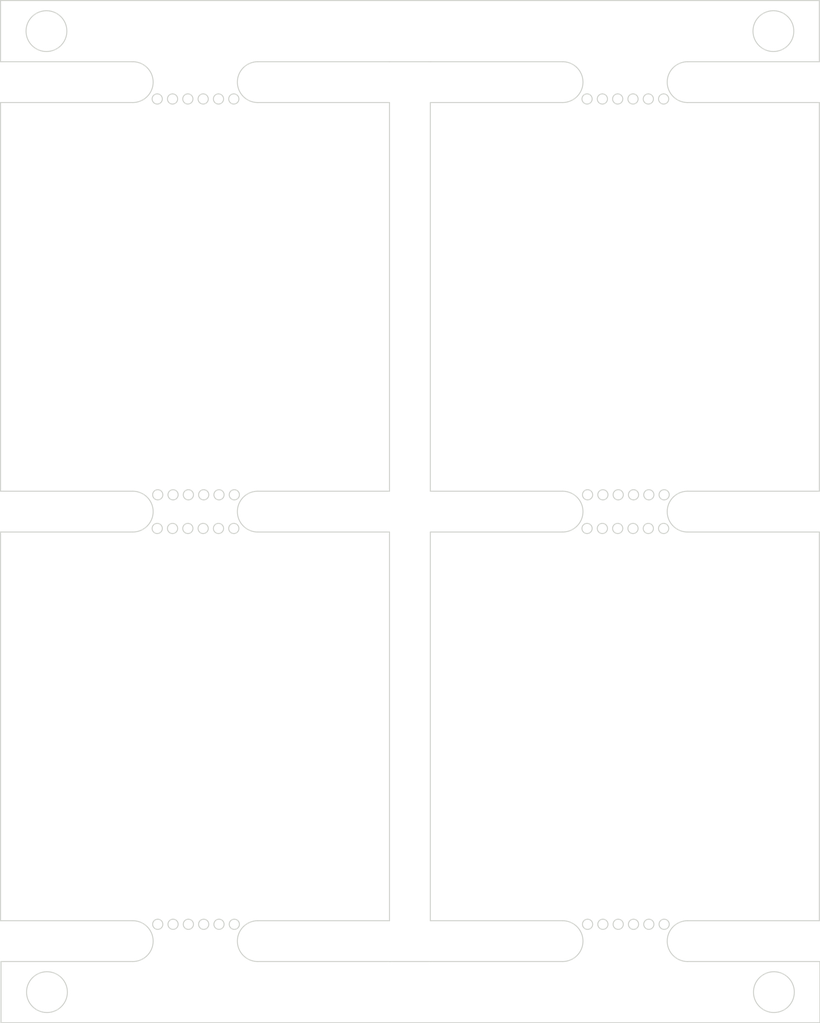
<source format=kicad_pcb>
(kicad_pcb (version 20171130) (host pcbnew "(5.1.9)-1")

  (general
    (thickness 1.6)
    (drawings 104)
    (tracks 0)
    (zones 0)
    (modules 0)
    (nets 1)
  )

  (page A4)
  (layers
    (0 F.Cu signal)
    (31 B.Cu signal)
    (32 B.Adhes user)
    (33 F.Adhes user)
    (34 B.Paste user)
    (35 F.Paste user)
    (36 B.SilkS user)
    (37 F.SilkS user)
    (38 B.Mask user)
    (39 F.Mask user)
    (40 Dwgs.User user)
    (41 Cmts.User user)
    (42 Eco1.User user)
    (43 Eco2.User user)
    (44 Edge.Cuts user)
    (45 Margin user)
    (46 B.CrtYd user)
    (47 F.CrtYd user)
    (48 B.Fab user)
    (49 F.Fab user)
  )

  (setup
    (last_trace_width 0.25)
    (trace_clearance 0.2)
    (zone_clearance 0.508)
    (zone_45_only no)
    (trace_min 0.2)
    (via_size 0.8)
    (via_drill 0.4)
    (via_min_size 0.4)
    (via_min_drill 0.3)
    (uvia_size 0.3)
    (uvia_drill 0.1)
    (uvias_allowed no)
    (uvia_min_size 0.2)
    (uvia_min_drill 0.1)
    (edge_width 0.05)
    (segment_width 0.2)
    (pcb_text_width 0.3)
    (pcb_text_size 1.5 1.5)
    (mod_edge_width 0.12)
    (mod_text_size 1 1)
    (mod_text_width 0.15)
    (pad_size 1.524 1.524)
    (pad_drill 0.762)
    (pad_to_mask_clearance 0)
    (aux_axis_origin 0 0)
    (visible_elements FFFFFF7F)
    (pcbplotparams
      (layerselection 0x010fc_ffffffff)
      (usegerberextensions false)
      (usegerberattributes true)
      (usegerberadvancedattributes true)
      (creategerberjobfile true)
      (excludeedgelayer true)
      (linewidth 0.100000)
      (plotframeref false)
      (viasonmask false)
      (mode 1)
      (useauxorigin false)
      (hpglpennumber 1)
      (hpglpenspeed 20)
      (hpglpendiameter 15.000000)
      (psnegative false)
      (psa4output false)
      (plotreference true)
      (plotvalue true)
      (plotinvisibletext false)
      (padsonsilk false)
      (subtractmaskfromsilk false)
      (outputformat 1)
      (mirror false)
      (drillshape 1)
      (scaleselection 1)
      (outputdirectory ""))
  )

  (net 0 "")

  (net_class Default "This is the default net class."
    (clearance 0.2)
    (trace_width 0.25)
    (via_dia 0.8)
    (via_drill 0.4)
    (uvia_dia 0.3)
    (uvia_drill 0.1)
  )

  (gr_circle (center 137.875 143.6) (end 136.875 143.6) (layer Edge.Cuts) (width 0.05) (tstamp 6141E220))
  (gr_circle (center 102.275 143.6) (end 101.275 143.6) (layer Edge.Cuts) (width 0.05) (tstamp 6141E21F))
  (gr_circle (center 137.85 96.5) (end 138.85 96.5) (layer Edge.Cuts) (width 0.05) (tstamp 6141E21C))
  (gr_circle (center 102.25 96.5) (end 103.25 96.5) (layer Edge.Cuts) (width 0.05))
  (gr_line (start 133.65 142.1) (end 140.125 142.1) (layer Edge.Cuts) (width 0.05) (tstamp 6141E1F5))
  (gr_line (start 140.125 142.1) (end 140.125 145.1) (layer Edge.Cuts) (width 0.05) (tstamp 6141E1F4))
  (gr_line (start 100.025 145.1) (end 140.125 145.1) (layer Edge.Cuts) (width 0.05) (tstamp 6141E1F3))
  (gr_line (start 100.025 142.1) (end 100.025 145.1) (layer Edge.Cuts) (width 0.05) (tstamp 6141E1F2))
  (gr_line (start 121.075 142.1) (end 119.075 142.1) (layer Edge.Cuts) (width 0.05) (tstamp 6141E1F1))
  (gr_line (start 100.025 142.1) (end 106.475 142.1) (layer Edge.Cuts) (width 0.05) (tstamp 6141E1F0))
  (gr_line (start 112.6 142.1) (end 119.075 142.1) (layer Edge.Cuts) (width 0.05) (tstamp 6141E1EF))
  (gr_line (start 121.075 142.1) (end 127.525 142.1) (layer Edge.Cuts) (width 0.05) (tstamp 6141E1EE))
  (gr_line (start 140.1 95) (end 100 95) (layer Edge.Cuts) (width 0.05) (tstamp 6141E1EC))
  (gr_line (start 100 98) (end 100 95) (layer Edge.Cuts) (width 0.05) (tstamp 6141E1EA))
  (gr_line (start 140.1 98) (end 140.1 95) (layer Edge.Cuts) (width 0.05))
  (gr_line (start 119.05 98) (end 121.05 98) (layer Edge.Cuts) (width 0.05) (tstamp 6141E1E6))
  (gr_line (start 106.475 98) (end 100 98) (layer Edge.Cuts) (width 0.05) (tstamp 6141E1E0))
  (gr_line (start 119.05 98) (end 112.6 98) (layer Edge.Cuts) (width 0.05) (tstamp 6141E1DF))
  (gr_line (start 127.525 98) (end 121.05 98) (layer Edge.Cuts) (width 0.05) (tstamp 6141E1E0))
  (gr_line (start 140.1 98) (end 133.65 98) (layer Edge.Cuts) (width 0.05) (tstamp 6141E1DF))
  (gr_circle (center 110.7 140.275) (end 110.7 140.025) (layer Edge.Cuts) (width 0.05) (tstamp 6141E1CA))
  (gr_circle (center 109.2 140.275) (end 109.2 140.025) (layer Edge.Cuts) (width 0.05) (tstamp 6141E1C9))
  (gr_circle (center 108.45 140.275) (end 108.45 140.025) (layer Edge.Cuts) (width 0.05) (tstamp 6141E1C8))
  (gr_circle (center 107.7 140.275) (end 107.7 140.025) (layer Edge.Cuts) (width 0.05) (tstamp 6141E1C7))
  (gr_circle (center 111.45 140.275) (end 111.45 140.025) (layer Edge.Cuts) (width 0.05) (tstamp 6141E1C6))
  (gr_circle (center 109.95 140.275) (end 109.95 140.025) (layer Edge.Cuts) (width 0.05) (tstamp 6141E1C5))
  (gr_line (start 106.475 140.1) (end 100 140.1) (layer Edge.Cuts) (width 0.05) (tstamp 6141E1C4))
  (gr_arc (start 106.475 141.1) (end 106.475 142.1) (angle -180) (layer Edge.Cuts) (width 0.05) (tstamp 6141E1C3))
  (gr_arc (start 112.6 141.1) (end 112.6 140.1) (angle -180) (layer Edge.Cuts) (width 0.05) (tstamp 6141E1C2))
  (gr_line (start 119.05 140.1) (end 112.6 140.1) (layer Edge.Cuts) (width 0.05) (tstamp 6141E1C1))
  (gr_circle (center 131.75 140.275) (end 131.75 140.025) (layer Edge.Cuts) (width 0.05) (tstamp 6141E1CA))
  (gr_circle (center 130.25 140.275) (end 130.25 140.025) (layer Edge.Cuts) (width 0.05) (tstamp 6141E1C9))
  (gr_circle (center 129.5 140.275) (end 129.5 140.025) (layer Edge.Cuts) (width 0.05) (tstamp 6141E1C8))
  (gr_circle (center 128.75 140.275) (end 128.75 140.025) (layer Edge.Cuts) (width 0.05) (tstamp 6141E1C7))
  (gr_circle (center 132.5 140.275) (end 132.5 140.025) (layer Edge.Cuts) (width 0.05) (tstamp 6141E1C6))
  (gr_circle (center 131 140.275) (end 131 140.025) (layer Edge.Cuts) (width 0.05) (tstamp 6141E1C5))
  (gr_line (start 127.525 140.1) (end 121.05 140.1) (layer Edge.Cuts) (width 0.05) (tstamp 6141E1C4))
  (gr_arc (start 127.525 141.1) (end 127.525 142.1) (angle -180) (layer Edge.Cuts) (width 0.05) (tstamp 6141E1C3))
  (gr_arc (start 133.65 141.1) (end 133.65 140.1) (angle -180) (layer Edge.Cuts) (width 0.05) (tstamp 6141E1C2))
  (gr_line (start 140.1 140.1) (end 133.65 140.1) (layer Edge.Cuts) (width 0.05) (tstamp 6141E1C1))
  (gr_circle (center 110.675 120.875) (end 110.675 120.625) (layer Edge.Cuts) (width 0.05) (tstamp 6141E1AE))
  (gr_circle (center 109.175 120.875) (end 109.175 120.625) (layer Edge.Cuts) (width 0.05) (tstamp 6141E1AD))
  (gr_circle (center 107.675 120.875) (end 107.675 120.625) (layer Edge.Cuts) (width 0.05) (tstamp 6141E1AC))
  (gr_circle (center 110.7 119.225) (end 110.7 118.975) (layer Edge.Cuts) (width 0.05) (tstamp 6141E1AB))
  (gr_circle (center 108.425 120.875) (end 108.425 120.625) (layer Edge.Cuts) (width 0.05) (tstamp 6141E1AA))
  (gr_circle (center 111.425 120.875) (end 111.425 120.625) (layer Edge.Cuts) (width 0.05) (tstamp 6141E1A9))
  (gr_circle (center 109.2 119.225) (end 109.2 118.975) (layer Edge.Cuts) (width 0.05) (tstamp 6141E1A8))
  (gr_circle (center 108.45 119.225) (end 108.45 118.975) (layer Edge.Cuts) (width 0.05) (tstamp 6141E1A7))
  (gr_circle (center 107.7 119.225) (end 107.7 118.975) (layer Edge.Cuts) (width 0.05) (tstamp 6141E1A6))
  (gr_circle (center 111.45 119.225) (end 111.45 118.975) (layer Edge.Cuts) (width 0.05) (tstamp 6141E1A5))
  (gr_circle (center 109.925 120.875) (end 109.925 120.625) (layer Edge.Cuts) (width 0.05) (tstamp 6141E1A4))
  (gr_circle (center 109.95 119.225) (end 109.95 118.975) (layer Edge.Cuts) (width 0.05) (tstamp 6141E1A3))
  (gr_line (start 119.05 121.05) (end 112.6 121.05) (layer Edge.Cuts) (width 0.05) (tstamp 6141E1A2))
  (gr_line (start 106.475 119.05) (end 100 119.05) (layer Edge.Cuts) (width 0.05) (tstamp 6141E1A1))
  (gr_arc (start 106.475 120.05) (end 106.475 121.05) (angle -180) (layer Edge.Cuts) (width 0.05) (tstamp 6141E1A0))
  (gr_arc (start 112.6 120.05) (end 112.6 119.05) (angle -180) (layer Edge.Cuts) (width 0.05) (tstamp 6141E19F))
  (gr_line (start 119.05 119.05) (end 112.6 119.05) (layer Edge.Cuts) (width 0.05) (tstamp 6141E19E))
  (gr_line (start 106.475 121.05) (end 100 121.05) (layer Edge.Cuts) (width 0.05) (tstamp 6141E19D))
  (gr_circle (center 110.675 99.825) (end 110.675 99.575) (layer Edge.Cuts) (width 0.05) (tstamp 6141E185))
  (gr_circle (center 109.175 99.825) (end 109.175 99.575) (layer Edge.Cuts) (width 0.05) (tstamp 6141E184))
  (gr_circle (center 107.675 99.825) (end 107.675 99.575) (layer Edge.Cuts) (width 0.05) (tstamp 6141E183))
  (gr_circle (center 108.425 99.825) (end 108.425 99.575) (layer Edge.Cuts) (width 0.05) (tstamp 6141E182))
  (gr_circle (center 111.425 99.825) (end 111.425 99.575) (layer Edge.Cuts) (width 0.05) (tstamp 6141E181))
  (gr_circle (center 109.925 99.825) (end 109.925 99.575) (layer Edge.Cuts) (width 0.05) (tstamp 6141E180))
  (gr_line (start 119.05 100) (end 112.6 100) (layer Edge.Cuts) (width 0.05) (tstamp 6141E17F))
  (gr_arc (start 106.475 99) (end 106.475 100) (angle -180) (layer Edge.Cuts) (width 0.05) (tstamp 6141E17E))
  (gr_arc (start 112.6 99) (end 112.6 98) (angle -180) (layer Edge.Cuts) (width 0.05) (tstamp 6141E17D))
  (gr_line (start 106.475 100) (end 100 100) (layer Edge.Cuts) (width 0.05) (tstamp 6141E17C))
  (gr_circle (center 131.725 99.825) (end 131.725 99.575) (layer Edge.Cuts) (width 0.05) (tstamp 6141E185))
  (gr_circle (center 130.225 99.825) (end 130.225 99.575) (layer Edge.Cuts) (width 0.05) (tstamp 6141E184))
  (gr_circle (center 128.725 99.825) (end 128.725 99.575) (layer Edge.Cuts) (width 0.05) (tstamp 6141E183))
  (gr_circle (center 129.475 99.825) (end 129.475 99.575) (layer Edge.Cuts) (width 0.05) (tstamp 6141E182))
  (gr_circle (center 132.475 99.825) (end 132.475 99.575) (layer Edge.Cuts) (width 0.05) (tstamp 6141E181))
  (gr_circle (center 130.975 99.825) (end 130.975 99.575) (layer Edge.Cuts) (width 0.05) (tstamp 6141E180))
  (gr_line (start 140.1 100) (end 133.65 100) (layer Edge.Cuts) (width 0.05) (tstamp 6141E17F))
  (gr_arc (start 127.525 99) (end 127.525 100) (angle -180) (layer Edge.Cuts) (width 0.05) (tstamp 6141E17E))
  (gr_arc (start 133.65 99) (end 133.65 98) (angle -180) (layer Edge.Cuts) (width 0.05) (tstamp 6141E17D))
  (gr_line (start 127.525 100) (end 121.05 100) (layer Edge.Cuts) (width 0.05) (tstamp 6141E17C))
  (gr_circle (center 131.75 119.225) (end 131.75 118.975) (layer Edge.Cuts) (width 0.05) (tstamp 6141E175))
  (gr_circle (center 130.25 119.225) (end 130.25 118.975) (layer Edge.Cuts) (width 0.05) (tstamp 6141E174))
  (gr_circle (center 128.75 119.225) (end 128.75 118.975) (layer Edge.Cuts) (width 0.05) (tstamp 6141E173))
  (gr_circle (center 129.5 119.225) (end 129.5 118.975) (layer Edge.Cuts) (width 0.05) (tstamp 6141E172))
  (gr_circle (center 132.5 119.225) (end 132.5 118.975) (layer Edge.Cuts) (width 0.05) (tstamp 6141E171))
  (gr_circle (center 131 119.225) (end 131 118.975) (layer Edge.Cuts) (width 0.05) (tstamp 6141E170))
  (gr_circle (center 132.475 120.875) (end 132.475 120.625) (layer Edge.Cuts) (width 0.05) (tstamp 6141E164))
  (gr_circle (center 131.725 120.875) (end 131.725 120.625) (layer Edge.Cuts) (width 0.05) (tstamp 6141E164))
  (gr_circle (center 130.975 120.875) (end 130.975 120.625) (layer Edge.Cuts) (width 0.05) (tstamp 6141E164))
  (gr_circle (center 130.225 120.875) (end 130.225 120.625) (layer Edge.Cuts) (width 0.05) (tstamp 6141E164))
  (gr_circle (center 129.475 120.875) (end 129.475 120.625) (layer Edge.Cuts) (width 0.05) (tstamp 6141E164))
  (gr_circle (center 128.725 120.875) (end 128.725 120.625) (layer Edge.Cuts) (width 0.05))
  (gr_line (start 140.1 119.05) (end 133.65 119.05) (layer Edge.Cuts) (width 0.05) (tstamp 61417D89))
  (gr_line (start 127.525 119.05) (end 121.05 119.05) (layer Edge.Cuts) (width 0.05) (tstamp 61417D88))
  (gr_line (start 127.525 121.05) (end 121.05 121.05) (layer Edge.Cuts) (width 0.05) (tstamp 61417D7F))
  (gr_line (start 140.1 121.05) (end 133.65 121.05) (layer Edge.Cuts) (width 0.05) (tstamp 61417D5E))
  (gr_arc (start 127.525 120.05) (end 127.525 121.05) (angle -180) (layer Edge.Cuts) (width 0.05) (tstamp 61417D33))
  (gr_arc (start 133.65 120.05) (end 133.65 119.05) (angle -180) (layer Edge.Cuts) (width 0.05))
  (gr_line (start 140.1 121.05) (end 140.1 140.1) (layer Edge.Cuts) (width 0.05) (tstamp 61417B0A))
  (gr_line (start 121.05 140.1) (end 121.05 121.05) (layer Edge.Cuts) (width 0.05) (tstamp 61417B09))
  (gr_line (start 119.05 121.05) (end 119.05 140.1) (layer Edge.Cuts) (width 0.05) (tstamp 61417B0A))
  (gr_line (start 100 140.1) (end 100 121.05) (layer Edge.Cuts) (width 0.05) (tstamp 61417B09))
  (gr_line (start 140.1 100) (end 140.1 119.05) (layer Edge.Cuts) (width 0.05) (tstamp 61417B0A))
  (gr_line (start 121.05 119.05) (end 121.05 100) (layer Edge.Cuts) (width 0.05) (tstamp 61417B09))
  (gr_line (start 119.05 100) (end 119.05 119.05) (layer Edge.Cuts) (width 0.05))
  (gr_line (start 100 119.05) (end 100 100) (layer Edge.Cuts) (width 0.05))

)

</source>
